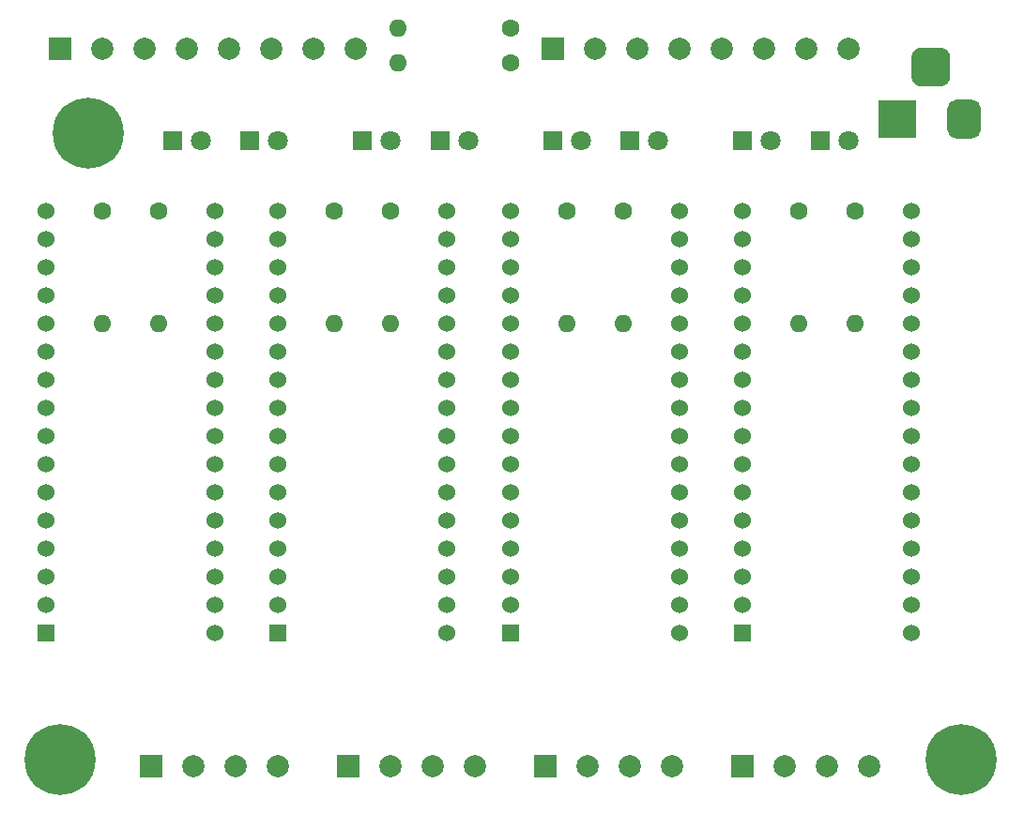
<source format=gbs>
G04 #@! TF.GenerationSoftware,KiCad,Pcbnew,(5.1.9)-1*
G04 #@! TF.CreationDate,2021-10-12T14:51:58-04:00*
G04 #@! TF.ProjectId,doublemagfixture,646f7562-6c65-46d6-9167-666978747572,rev?*
G04 #@! TF.SameCoordinates,Original*
G04 #@! TF.FileFunction,Soldermask,Bot*
G04 #@! TF.FilePolarity,Negative*
%FSLAX46Y46*%
G04 Gerber Fmt 4.6, Leading zero omitted, Abs format (unit mm)*
G04 Created by KiCad (PCBNEW (5.1.9)-1) date 2021-10-12 14:51:58*
%MOMM*%
%LPD*%
G01*
G04 APERTURE LIST*
%ADD10C,1.800000*%
%ADD11R,1.800000X1.800000*%
%ADD12C,1.524000*%
%ADD13R,1.524000X1.524000*%
%ADD14C,6.400000*%
%ADD15O,1.600000X1.600000*%
%ADD16C,1.600000*%
%ADD17C,2.000000*%
%ADD18R,2.000000X2.000000*%
%ADD19R,3.500000X3.500000*%
G04 APERTURE END LIST*
D10*
X76200000Y-14605000D03*
D11*
X73660000Y-14605000D03*
D10*
X69215000Y-14605000D03*
D11*
X66675000Y-14605000D03*
D10*
X59055000Y-14605000D03*
D11*
X56515000Y-14605000D03*
D10*
X52070000Y-14605000D03*
D11*
X49530000Y-14605000D03*
D10*
X41910000Y-14605000D03*
D11*
X39370000Y-14605000D03*
D10*
X34925000Y-14605000D03*
D11*
X32385000Y-14605000D03*
D10*
X24765000Y-14605000D03*
D11*
X22225000Y-14605000D03*
D10*
X17780000Y-14605000D03*
D11*
X15240000Y-14605000D03*
D12*
X81915000Y-51435000D03*
X81915000Y-53975000D03*
X81915000Y-48895000D03*
X81915000Y-41275000D03*
X81915000Y-38735000D03*
X81915000Y-36195000D03*
X81915000Y-33655000D03*
X81915000Y-31115000D03*
X81915000Y-28575000D03*
X66675000Y-26035000D03*
X66675000Y-28575000D03*
X66675000Y-36195000D03*
X66675000Y-38735000D03*
X66675000Y-41275000D03*
X66675000Y-48895000D03*
X81915000Y-59055000D03*
X81915000Y-56515000D03*
X81915000Y-46355000D03*
X81915000Y-43815000D03*
X81915000Y-26035000D03*
X81915000Y-23495000D03*
X81915000Y-20955000D03*
X66675000Y-20955000D03*
X66675000Y-23495000D03*
X66675000Y-31115000D03*
X66675000Y-33655000D03*
X66675000Y-43815000D03*
X66675000Y-46355000D03*
X66675000Y-51435000D03*
X66675000Y-53975000D03*
X66675000Y-56515000D03*
D13*
X66675000Y-59055000D03*
D12*
X60960000Y-51435000D03*
X60960000Y-53975000D03*
X60960000Y-48895000D03*
X60960000Y-41275000D03*
X60960000Y-38735000D03*
X60960000Y-36195000D03*
X60960000Y-33655000D03*
X60960000Y-31115000D03*
X60960000Y-28575000D03*
X45720000Y-26035000D03*
X45720000Y-28575000D03*
X45720000Y-36195000D03*
X45720000Y-38735000D03*
X45720000Y-41275000D03*
X45720000Y-48895000D03*
X60960000Y-59055000D03*
X60960000Y-56515000D03*
X60960000Y-46355000D03*
X60960000Y-43815000D03*
X60960000Y-26035000D03*
X60960000Y-23495000D03*
X60960000Y-20955000D03*
X45720000Y-20955000D03*
X45720000Y-23495000D03*
X45720000Y-31115000D03*
X45720000Y-33655000D03*
X45720000Y-43815000D03*
X45720000Y-46355000D03*
X45720000Y-51435000D03*
X45720000Y-53975000D03*
X45720000Y-56515000D03*
D13*
X45720000Y-59055000D03*
D12*
X40005000Y-51435000D03*
X40005000Y-53975000D03*
X40005000Y-48895000D03*
X40005000Y-41275000D03*
X40005000Y-38735000D03*
X40005000Y-36195000D03*
X40005000Y-33655000D03*
X40005000Y-31115000D03*
X40005000Y-28575000D03*
X24765000Y-26035000D03*
X24765000Y-28575000D03*
X24765000Y-36195000D03*
X24765000Y-38735000D03*
X24765000Y-41275000D03*
X24765000Y-48895000D03*
X40005000Y-59055000D03*
X40005000Y-56515000D03*
X40005000Y-46355000D03*
X40005000Y-43815000D03*
X40005000Y-26035000D03*
X40005000Y-23495000D03*
X40005000Y-20955000D03*
X24765000Y-20955000D03*
X24765000Y-23495000D03*
X24765000Y-31115000D03*
X24765000Y-33655000D03*
X24765000Y-43815000D03*
X24765000Y-46355000D03*
X24765000Y-51435000D03*
X24765000Y-53975000D03*
X24765000Y-56515000D03*
D13*
X24765000Y-59055000D03*
D12*
X19050000Y-51435000D03*
X19050000Y-53975000D03*
X19050000Y-48895000D03*
X19050000Y-41275000D03*
X19050000Y-38735000D03*
X19050000Y-36195000D03*
X19050000Y-33655000D03*
X19050000Y-31115000D03*
X19050000Y-28575000D03*
X3810000Y-26035000D03*
X3810000Y-28575000D03*
X3810000Y-36195000D03*
X3810000Y-38735000D03*
X3810000Y-41275000D03*
X3810000Y-48895000D03*
X19050000Y-59055000D03*
X19050000Y-56515000D03*
X19050000Y-46355000D03*
X19050000Y-43815000D03*
X19050000Y-26035000D03*
X19050000Y-23495000D03*
X19050000Y-20955000D03*
X3810000Y-20955000D03*
X3810000Y-23495000D03*
X3810000Y-31115000D03*
X3810000Y-33655000D03*
X3810000Y-43815000D03*
X3810000Y-46355000D03*
X3810000Y-51435000D03*
X3810000Y-53975000D03*
X3810000Y-56515000D03*
D13*
X3810000Y-59055000D03*
D14*
X86360000Y-70485000D03*
X5080000Y-70485000D03*
X7620000Y-13970000D03*
D15*
X35560000Y-7620000D03*
D16*
X45720000Y-7620000D03*
D15*
X35560000Y-4445000D03*
D16*
X45720000Y-4445000D03*
D15*
X76835000Y-31115000D03*
D16*
X76835000Y-20955000D03*
D15*
X71755000Y-31115000D03*
D16*
X71755000Y-20955000D03*
D15*
X55880000Y-31115000D03*
D16*
X55880000Y-20955000D03*
D15*
X50800000Y-31115000D03*
D16*
X50800000Y-20955000D03*
D15*
X34925000Y-31115000D03*
D16*
X34925000Y-20955000D03*
D15*
X29845000Y-31115000D03*
D16*
X29845000Y-20955000D03*
D15*
X13970000Y-31115000D03*
D16*
X13970000Y-20955000D03*
D15*
X8890000Y-31115000D03*
D16*
X8890000Y-20955000D03*
D17*
X31750000Y-6350000D03*
X27940000Y-6350000D03*
X24130000Y-6350000D03*
X20320000Y-6350000D03*
X16510000Y-6350000D03*
X12700000Y-6350000D03*
X8890000Y-6350000D03*
D18*
X5080000Y-6350000D03*
D17*
X76200000Y-6350000D03*
X72390000Y-6350000D03*
X68580000Y-6350000D03*
X64770000Y-6350000D03*
X60960000Y-6350000D03*
X57150000Y-6350000D03*
X53340000Y-6350000D03*
D18*
X49530000Y-6350000D03*
D17*
X78105000Y-71120000D03*
X74295000Y-71120000D03*
X70485000Y-71120000D03*
D18*
X66675000Y-71120000D03*
D17*
X42545000Y-71120000D03*
X38735000Y-71120000D03*
X34925000Y-71120000D03*
D18*
X31115000Y-71120000D03*
D17*
X60325000Y-71120000D03*
X56515000Y-71120000D03*
X52705000Y-71120000D03*
D18*
X48895000Y-71120000D03*
D17*
X24765000Y-71120000D03*
X20955000Y-71120000D03*
X17145000Y-71120000D03*
D18*
X13335000Y-71120000D03*
D19*
X80645000Y-12700000D03*
G36*
G01*
X88145000Y-11700000D02*
X88145000Y-13700000D01*
G75*
G02*
X87395000Y-14450000I-750000J0D01*
G01*
X85895000Y-14450000D01*
G75*
G02*
X85145000Y-13700000I0J750000D01*
G01*
X85145000Y-11700000D01*
G75*
G02*
X85895000Y-10950000I750000J0D01*
G01*
X87395000Y-10950000D01*
G75*
G02*
X88145000Y-11700000I0J-750000D01*
G01*
G37*
G36*
G01*
X85395000Y-7125000D02*
X85395000Y-8875000D01*
G75*
G02*
X84520000Y-9750000I-875000J0D01*
G01*
X82770000Y-9750000D01*
G75*
G02*
X81895000Y-8875000I0J875000D01*
G01*
X81895000Y-7125000D01*
G75*
G02*
X82770000Y-6250000I875000J0D01*
G01*
X84520000Y-6250000D01*
G75*
G02*
X85395000Y-7125000I0J-875000D01*
G01*
G37*
M02*

</source>
